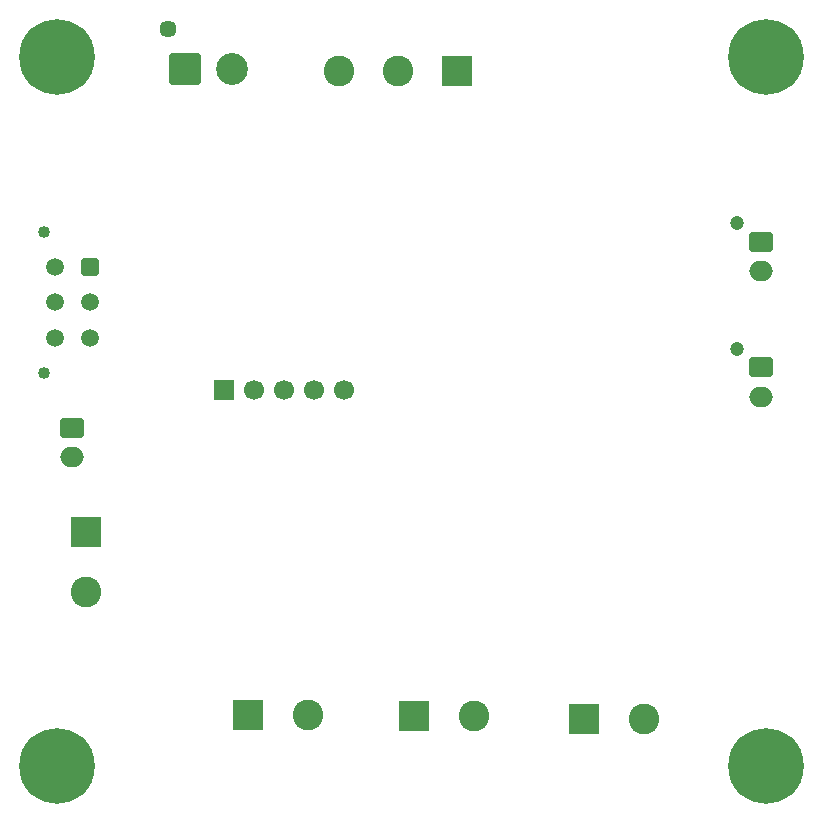
<source format=gbs>
G04 #@! TF.GenerationSoftware,KiCad,Pcbnew,9.0.1*
G04 #@! TF.CreationDate,2025-05-09T16:55:27+02:00*
G04 #@! TF.ProjectId,SIGURD,53494755-5244-42e6-9b69-6361645f7063,rev?*
G04 #@! TF.SameCoordinates,Original*
G04 #@! TF.FileFunction,Soldermask,Bot*
G04 #@! TF.FilePolarity,Negative*
%FSLAX46Y46*%
G04 Gerber Fmt 4.6, Leading zero omitted, Abs format (unit mm)*
G04 Created by KiCad (PCBNEW 9.0.1) date 2025-05-09 16:55:27*
%MOMM*%
%LPD*%
G01*
G04 APERTURE LIST*
G04 Aperture macros list*
%AMRoundRect*
0 Rectangle with rounded corners*
0 $1 Rounding radius*
0 $2 $3 $4 $5 $6 $7 $8 $9 X,Y pos of 4 corners*
0 Add a 4 corners polygon primitive as box body*
4,1,4,$2,$3,$4,$5,$6,$7,$8,$9,$2,$3,0*
0 Add four circle primitives for the rounded corners*
1,1,$1+$1,$2,$3*
1,1,$1+$1,$4,$5*
1,1,$1+$1,$6,$7*
1,1,$1+$1,$8,$9*
0 Add four rect primitives between the rounded corners*
20,1,$1+$1,$2,$3,$4,$5,0*
20,1,$1+$1,$4,$5,$6,$7,0*
20,1,$1+$1,$6,$7,$8,$9,0*
20,1,$1+$1,$8,$9,$2,$3,0*%
G04 Aperture macros list end*
%ADD10C,1.200000*%
%ADD11RoundRect,0.250000X-0.750000X0.600000X-0.750000X-0.600000X0.750000X-0.600000X0.750000X0.600000X0*%
%ADD12O,2.000000X1.700000*%
%ADD13R,2.600000X2.600000*%
%ADD14C,2.600000*%
%ADD15C,0.800000*%
%ADD16C,6.400000*%
%ADD17C,1.020000*%
%ADD18RoundRect,0.250001X-0.499999X0.499999X-0.499999X-0.499999X0.499999X-0.499999X0.499999X0.499999X0*%
%ADD19C,1.500000*%
%ADD20C,1.450000*%
%ADD21RoundRect,0.250001X-1.099999X-1.099999X1.099999X-1.099999X1.099999X1.099999X-1.099999X1.099999X0*%
%ADD22C,2.700000*%
%ADD23R,1.700000X1.700000*%
%ADD24C,1.700000*%
G04 APERTURE END LIST*
D10*
X132580767Y-89038751D03*
D11*
X134580767Y-90638751D03*
D12*
X134580767Y-93138751D03*
D13*
X91144517Y-130740001D03*
D14*
X96224517Y-130740001D03*
D13*
X105189517Y-130790001D03*
D14*
X110269517Y-130790001D03*
D15*
X72600000Y-135000000D03*
X73302944Y-133302944D03*
X73302944Y-136697056D03*
X75000000Y-132600000D03*
D16*
X75000000Y-135000000D03*
D15*
X75000000Y-137400000D03*
X76697056Y-133302944D03*
X76697056Y-136697056D03*
X77400000Y-135000000D03*
X132600000Y-75000000D03*
X133302944Y-73302944D03*
X133302944Y-76697056D03*
X135000000Y-72600000D03*
D16*
X135000000Y-75000000D03*
D15*
X135000000Y-77400000D03*
X136697056Y-73302944D03*
X136697056Y-76697056D03*
X137400000Y-75000000D03*
D13*
X77434517Y-115210001D03*
D14*
X77434517Y-120290001D03*
D11*
X76234517Y-106390001D03*
D12*
X76234517Y-108890001D03*
D17*
X73834517Y-89790001D03*
X73834517Y-101790001D03*
D18*
X77774517Y-92790001D03*
D19*
X77774517Y-95790001D03*
X77774517Y-98790001D03*
X74774517Y-92790001D03*
X74774517Y-95790001D03*
X74774517Y-98790001D03*
D13*
X119609517Y-131030001D03*
D14*
X124689517Y-131030001D03*
D10*
X132580767Y-99691251D03*
D11*
X134580767Y-101291251D03*
D12*
X134580767Y-103791251D03*
D15*
X72600000Y-75000000D03*
X73302944Y-73302944D03*
X73302944Y-76697056D03*
X75000000Y-72600000D03*
D16*
X75000000Y-75000000D03*
D15*
X75000000Y-77400000D03*
X76697056Y-73302944D03*
X76697056Y-76697056D03*
X77400000Y-75000000D03*
D20*
X84342500Y-72650000D03*
D21*
X85842500Y-76050000D03*
D22*
X89802500Y-76050000D03*
D23*
X89085000Y-103200000D03*
D24*
X91625000Y-103200000D03*
X94165000Y-103200000D03*
X96705000Y-103200000D03*
X99245000Y-103200000D03*
D13*
X108800000Y-76200000D03*
D14*
X103800000Y-76200000D03*
X98800000Y-76200000D03*
D15*
X132600000Y-135000000D03*
X133302944Y-133302944D03*
X133302944Y-136697056D03*
X135000000Y-132600000D03*
D16*
X135000000Y-135000000D03*
D15*
X135000000Y-137400000D03*
X136697056Y-133302944D03*
X136697056Y-136697056D03*
X137400000Y-135000000D03*
M02*

</source>
